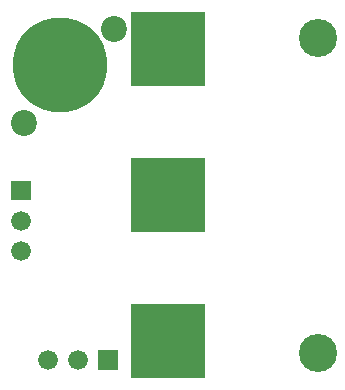
<source format=gts>
G04 start of page 5 for group -4063 idx -4063 *
G04 Title: (unknown), componentmask *
G04 Creator: pcb 20091103 *
G04 CreationDate: Wed May  9 21:08:20 2012 UTC *
G04 For: markrages *
G04 Format: Gerber/RS-274X *
G04 PCB-Dimensions: 315000 325000 *
G04 PCB-Coordinate-Origin: lower left *
%MOIN*%
%FSLAX25Y25*%
%LNFRONTMASK*%
%ADD11C,0.0200*%
%ADD14C,0.0866*%
%ADD20C,0.1270*%
%ADD21C,0.3150*%
%ADD25C,0.0660*%
G54D14*X107000Y186501D03*
X137000Y218000D03*
G54D11*G36*
X102700Y167300D02*Y160700D01*
X109300D01*
Y167300D01*
X102700D01*
G37*
G54D25*X106000Y154000D03*
G54D11*G36*
X131700Y110800D02*Y104200D01*
X138300D01*
Y110800D01*
X131700D01*
G37*
G54D25*X125000Y107500D03*
X115000D03*
X106000Y144000D03*
G54D20*X205000Y215000D03*
G54D21*X119000Y206000D03*
G54D20*X205000Y110000D03*
G54D11*G36*
X142652Y174848D02*Y150151D01*
X167349D01*
Y174848D01*
X142652D01*
G37*
G36*
Y223391D02*Y198694D01*
X167349D01*
Y223391D01*
X142652D01*
G37*
G36*
Y126305D02*Y101608D01*
X167349D01*
Y126305D01*
X142652D01*
G37*
M02*

</source>
